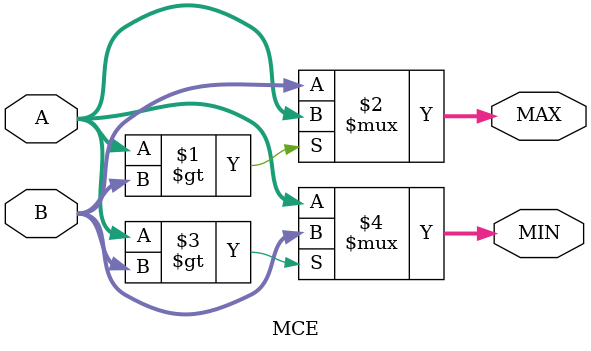
<source format=sv>
/**
    @brief 
    module that gives the max and min between two numbers

    @parameters
    WIDTH: number of bits of the numbers
**/


module MCE #(parameter WIDTH = 8) (A, B, MAX, MIN);

    input [WIDTH-1:0] A, B;
    output logic [WIDTH-1:0] MAX, MIN;
    
    assign MAX = (A>B)? A : B;
    assign MIN = (A>B)? B : A;

endmodule
</source>
